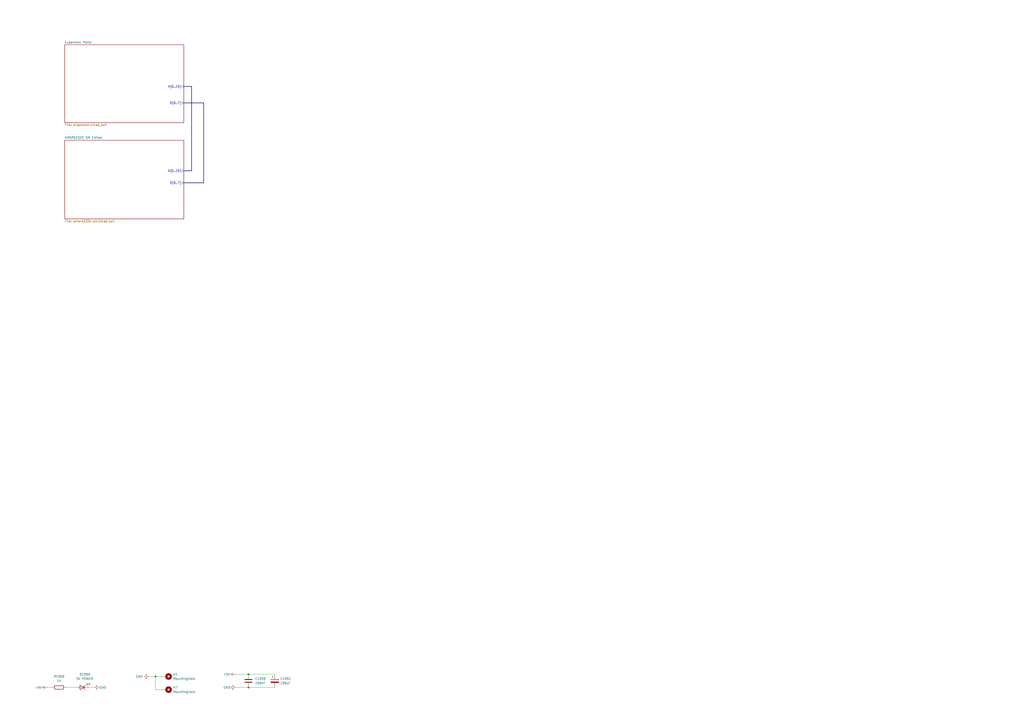
<source format=kicad_sch>
(kicad_sch (version 20230121) (generator eeschema)
  (paper "A2")
  (lib_symbols
    (symbol "Device:C" (pin_numbers hide) (pin_names (offset 0.254))
      (property "Reference" "C" (at 0.635 2.54 0))
      (property "Value" "C" (at 0.635 -2.54 0))
      (symbol "C_0_1"
        (polyline (pts (xy -2.032 -0.762) (xy 2.032 -0.762)) (stroke (width 0.508)))
        (polyline (pts (xy -2.032 0.762) (xy 2.032 0.762)) (stroke (width 0.508)))
      )
      (symbol "C_1_1"
        (pin passive line (at 0 3.81 270) (length 2.794) (name "~") (number "1"))
        (pin passive line (at 0 -3.81 90) (length 2.794) (name "~") (number "2"))
      )
    )
    (symbol "Device:C_Polarized" (pin_numbers hide) (pin_names (offset 0.254))
      (property "Reference" "C" (at 0.635 2.54 0))
      (property "Value" "C_Polarized" (at 0.635 -2.54 0))
      (symbol "C_Polarized_0_1"
        (rectangle (start -2.286 0.508) (end 2.286 1.016))
        (polyline (pts (xy -1.778 2.286) (xy -0.762 2.286)))
        (polyline (pts (xy -1.27 2.794) (xy -1.27 1.778)))
        (rectangle (start 2.286 -0.508) (end -2.286 -1.016) (fill (type outline)))
      )
      (symbol "C_Polarized_1_1"
        (pin passive line (at 0 3.81 270) (length 2.794) (name "~") (number "1"))
        (pin passive line (at 0 -3.81 90) (length 2.794) (name "~") (number "2"))
      )
    )
    (symbol "Device:LED" (pin_numbers hide) (pin_names (offset 1.016) hide)
      (property "Reference" "D" (at 0 2.54 0))
      (property "Value" "LED" (at 0 -2.54 0))
      (symbol "LED_0_1"
        (polyline (pts (xy -1.27 -1.27) (xy -1.27 1.27)) (stroke (width 0.254)))
        (polyline (pts (xy -1.27 0) (xy 1.27 0)))
        (polyline (pts (xy 1.27 -1.27) (xy 1.27 1.27) (xy -1.27 0) (xy 1.27 -1.27)) (stroke (width 0.254)))
        (polyline (pts (xy -3.048 -0.762) (xy -4.572 -2.286) (xy -3.81 -2.286) (xy -4.572 -2.286) (xy -4.572 -1.524)))
        (polyline (pts (xy -1.778 -0.762) (xy -3.302 -2.286) (xy -2.54 -2.286) (xy -3.302 -2.286) (xy -3.302 -1.524)))
      )
      (symbol "LED_1_1"
        (pin passive line (at -3.81 0 0) (length 2.54) (name "K") (number "1"))
        (pin passive line (at 3.81 0 180) (length 2.54) (name "A") (number "2"))
      )
    )
    (symbol "Device:R" (pin_numbers hide) (pin_names (offset 0))
      (property "Reference" "R" (at 2.032 0 90))
      (property "Value" "R" (at 0 0 90))
      (symbol "R_0_1"
        (rectangle (start -1.016 -2.54) (end 1.016 2.54) (stroke (width 0.254)))
      )
      (symbol "R_1_1"
        (pin passive line (at 0 3.81 270) (length 1.27) (name "~") (number "1"))
        (pin passive line (at 0 -3.81 90) (length 1.27) (name "~") (number "2"))
      )
    )
    (symbol "Mechanical:MountingHole_Pad" (pin_numbers hide) (pin_names (offset 1.016) hide)
      (property "Reference" "H" (at 0 6.35 0))
      (property "Value" "MountingHole_Pad" (at 0 4.445 0))
      (symbol "MountingHole_Pad_0_1"
        (circle (center 0 1.27) (radius 1.27) (stroke (width 1.27)))
      )
      (symbol "MountingHole_Pad_1_1"
        (pin input line (at 0 -2.54 90) (length 2.54) (name "1") (number "1"))
      )
    )
    (symbol "power:+5V" (power) (pin_names (offset 0))
      (property "Value" "+5V" (at 0 3.556 0))
      (symbol "+5V_0_1"
        (polyline (pts (xy -0.762 1.27) (xy 0 2.54)))
        (polyline (pts (xy 0 0) (xy 0 2.54)))
        (polyline (pts (xy 0 2.54) (xy 0.762 1.27)))
      )
      (symbol "+5V_1_1"
        (pin power_in line (at 0 0 90) (length 0) hide (name "+5V") (number "1"))
      )
    )
    (symbol "power:GND" (power) (pin_names (offset 0))
      (property "Value" "GND" (at 0 -3.81 0))
      (symbol "GND_0_1"
        (polyline (pts (xy 0 0) (xy 0 -1.27) (xy 1.27 -1.27) (xy 0 -2.54) (xy -1.27 -1.27) (xy 0 -1.27)))
      )
      (symbol "GND_1_1"
        (pin power_in line (at 0 0 270) (length 0) hide (name "GND") (number "1"))
      )
    )
  )
  (junction (at 144.145 398.78))
  (junction (at 90.17 392.43))
  (junction (at 144.145 391.16))
  (wire (pts (xy 86.36 392.43) (xy 90.17 392.43)))
  (bus (pts (xy 106.68 59.69) (xy 118.11 59.69)))
  (wire (pts (xy 90.17 392.43) (xy 90.17 400.05)))
  (wire (pts (xy 51.435 398.78) (xy 54.61 398.78)))
  (bus (pts (xy 111.125 50.165) (xy 106.68 50.165)))
  (wire (pts (xy 136.525 391.16) (xy 144.145 391.16)))
  (wire (pts (xy 90.17 392.43) (xy 93.98 392.43)))
  (bus (pts (xy 111.125 99.06) (xy 111.125 50.165)))
  (wire (pts (xy 90.17 400.05) (xy 93.98 400.05)))
  (bus (pts (xy 106.68 99.06) (xy 111.125 99.06)))
  (wire (pts (xy 144.145 398.78) (xy 159.385 398.78)))
  (wire (pts (xy 136.525 398.78) (xy 144.145 398.78)))
  (bus (pts (xy 118.11 59.69) (xy 118.11 106.045)))
  (wire (pts (xy 38.1 398.78) (xy 43.815 398.78)))
  (wire (pts (xy 30.48 398.78) (xy 27.305 398.78)))
  (bus (pts (xy 118.11 106.045) (xy 106.68 106.045)))
  (wire (pts (xy 144.145 391.16) (xy 159.385 391.16)))
  (symbol (lib_id "Mechanical:MountingHole_Pad") (at 96.52 400.05 270) (unit 1)
    (property "Reference" "H7" (at 100.33 398.7799 90) (effects (justify left)))
    (property "Value" "MountingHole" (at 100.33 401.3199 90) (effects (justify left)))
    (property "Footprint" "MountingHole:MountingHole_2.7mm_M2.5_ISO14580_Pad" (effects hide))
  )
  (symbol (lib_id "power:+5V") (at 27.305 398.78 90) (unit 1)
    (property "Reference" "#PWR0163" (effects hide))
    (property "Value" "+5V" (at 20.32 398.78 90) (effects (justify right)))
  )
  (symbol (lib_id "power:GND") (at 136.525 398.78 270) (unit 1)
    (property "Reference" "#PWR0101" (effects hide))
    (property "Value" "GND" (at 129.54 398.78 90) (effects (justify left)))
  )
  (symbol (lib_id "power:GND") (at 54.61 398.78 90) (unit 1)
    (property "Reference" "#PWR0164" (effects hide))
    (property "Value" "GND" (at 61.595 398.78 90) (effects (justify left)))
  )
  (symbol (lib_id "power:+5V") (at 136.525 391.16 90) (unit 1)
    (property "Reference" "#PWR0102" (effects hide))
    (property "Value" "+5V" (at 129.54 391.16 90) (effects (justify right)))
  )
  (symbol (lib_id "Device:C") (at 144.145 394.97 0) (unit 1)
    (property "Reference" "C1050" (at 147.955 393.6999 0) (effects (justify left)))
    (property "Value" "100nF" (at 147.955 396.2399 0) (effects (justify left)))
    (property "Footprint" "Capacitor_SMD:C_0805_2012Metric" (effects hide))
  )
  (symbol (lib_id "Device:C_Polarized") (at 159.385 394.97 0) (unit 1)
    (property "Reference" "C1051" (at 162.56 393.7 0) (effects (justify left)))
    (property "Value" "100uF" (at 162.56 396.24 0) (effects (justify left)))
    (property "Footprint" "Capacitor_THT:CP_Radial_D5.0mm_P2.50mm" (effects hide))
  )
  (symbol (lib_id "power:GND") (at 86.36 392.43 270) (unit 1)
    (property "Reference" "#PWR0110" (effects hide))
    (property "Value" "GND" (at 78.74 392.43 90) (effects (justify left)))
  )
  (symbol (lib_id "Mechanical:MountingHole_Pad") (at 96.52 392.43 270) (unit 1)
    (property "Reference" "H1" (at 100.33 391.1599 90) (effects (justify left)))
    (property "Value" "MountingHole" (at 100.33 393.6999 90) (effects (justify left)))
    (property "Footprint" "MountingHole:MountingHole_2.7mm_M2.5_ISO14580_Pad" (effects hide))
  )
  (symbol (lib_id "Device:R") (at 34.29 398.78 270) (mirror x) (unit 1)
    (property "Reference" "R1050" (at 34.29 392.43 90))
    (property "Value" "1K" (at 34.29 394.97 90))
    (property "Footprint" "Resistor_SMD:R_0805_2012Metric" (effects hide))
  )
  (symbol (lib_id "Device:LED") (at 47.625 398.78 180) (unit 1)
    (property "Reference" "D1050" (at 49.2125 391.16 0))
    (property "Value" "5V POWER" (at 49.2125 393.7 0))
    (property "Footprint" "LED_SMD:LED_1206_3216Metric" (effects hide))
  )
  (sheet (at 37.465 26.035) (size 69.215 45.085) (stroke (width 0.1524))
    (property "Sheetname" "Expansion Ports" (at 37.465 25.3234 0) (effects (justify left bottom)))
    (property "Sheetfile" "expansion.kicad_sch" (at 37.465 71.7046 0) (effects (justify left top)))
    (pin "A[0..15]" bidirectional (at 106.68 50.165 0))
    (pin "D[0..7]" bidirectional (at 106.68 59.69 0))
  )
  (sheet (at 37.465 81.28) (size 69.215 45.72) (stroke (width 0.1524))
    (property "Sheetname" "AMSRS232C SM Edited" (at 37.465 80.5684 0) (effects (justify left bottom)))
    (property "Sheetfile" "amsrs232c_sm.kicad_sch" (at 37.465 127.5846 0) (effects (justify left top)))
    (pin "A[0..15]" bidirectional (at 106.68 99.06 0))
    (pin "D[0..7]" bidirectional (at 106.68 106.045 0))
  )
)
</source>
